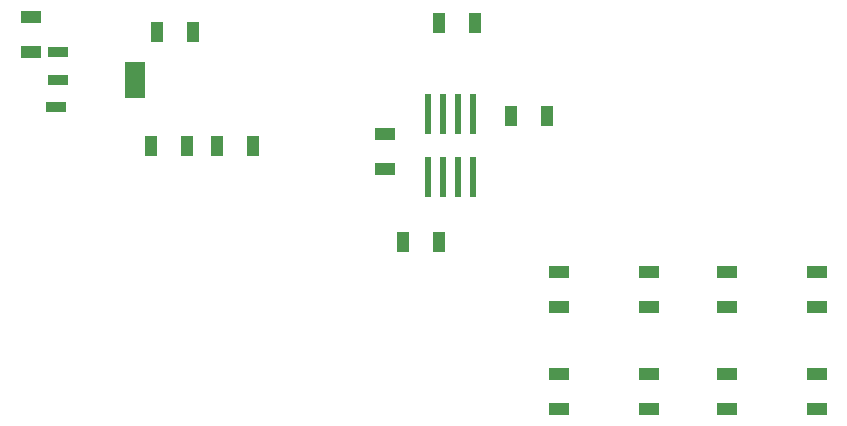
<source format=gtp>
G04*
G04 #@! TF.GenerationSoftware,Altium Limited,Altium Designer,24.1.2 (44)*
G04*
G04 Layer_Color=8421504*
%FSLAX44Y44*%
%MOMM*%
G71*
G04*
G04 #@! TF.SameCoordinates,F52A13A3-DB3F-44E1-B1C3-80E51AC4D0DF*
G04*
G04*
G04 #@! TF.FilePolarity,Positive*
G04*
G01*
G75*
%ADD19R,1.8034X1.1176*%
%ADD20R,1.1176X1.8034*%
%ADD21R,0.6000X3.4000*%
%ADD22R,1.7000X0.8382*%
%ADD23R,1.7000X3.0988*%
D19*
X629920Y187706D02*
D03*
Y157734D02*
D03*
X706120Y187706D02*
D03*
Y157734D02*
D03*
X772160Y187706D02*
D03*
Y157734D02*
D03*
X848360Y187706D02*
D03*
Y157734D02*
D03*
X182880Y460248D02*
D03*
Y490220D02*
D03*
X482600Y360934D02*
D03*
Y390906D02*
D03*
X629920Y244094D02*
D03*
Y274066D02*
D03*
X706120Y244094D02*
D03*
Y274066D02*
D03*
X772160Y244094D02*
D03*
Y274066D02*
D03*
X848360Y244094D02*
D03*
Y274066D02*
D03*
D20*
X558800Y485140D02*
D03*
X528066Y299720D02*
D03*
X528828Y485140D02*
D03*
X340614Y381000D02*
D03*
X370586D02*
D03*
X289814Y477520D02*
D03*
X319786D02*
D03*
X314706Y381000D02*
D03*
X284734D02*
D03*
X619506Y406400D02*
D03*
X589534D02*
D03*
X498094Y299720D02*
D03*
D21*
X544830Y408000D02*
D03*
X532130Y354000D02*
D03*
Y408000D02*
D03*
X519430D02*
D03*
X557530D02*
D03*
Y354000D02*
D03*
X544830D02*
D03*
X519430D02*
D03*
D22*
X203760Y413766D02*
D03*
X206260Y436880D02*
D03*
Y459994D02*
D03*
D23*
X271260Y436880D02*
D03*
M02*

</source>
